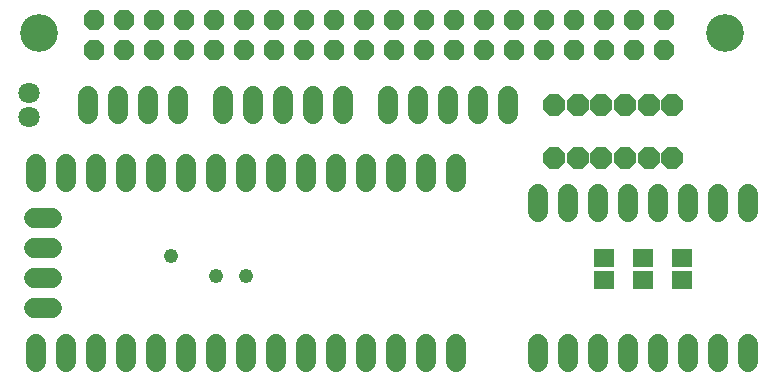
<source format=gbs>
G75*
%MOIN*%
%OFA0B0*%
%FSLAX25Y25*%
%IPPOS*%
%LPD*%
%AMOC8*
5,1,8,0,0,1.08239X$1,22.5*
%
%ADD10C,0.12611*%
%ADD11R,0.07099X0.05918*%
%ADD12C,0.06800*%
%ADD13OC8,0.06800*%
%ADD14OC8,0.07400*%
%ADD15C,0.07099*%
%ADD16C,0.04800*%
D10*
X0032530Y0120693D03*
X0260876Y0120693D03*
D11*
X0246585Y0045654D03*
X0233750Y0045614D03*
X0233750Y0038134D03*
X0246585Y0038173D03*
X0220561Y0038134D03*
X0220561Y0045614D03*
D12*
X0031250Y0017000D02*
X0031250Y0011000D01*
X0041250Y0011000D02*
X0041250Y0017000D01*
X0051250Y0017000D02*
X0051250Y0011000D01*
X0061250Y0011000D02*
X0061250Y0017000D01*
X0071250Y0017000D02*
X0071250Y0011000D01*
X0081250Y0011000D02*
X0081250Y0017000D01*
X0091250Y0017000D02*
X0091250Y0011000D01*
X0101250Y0011000D02*
X0101250Y0017000D01*
X0111250Y0017000D02*
X0111250Y0011000D01*
X0121250Y0011000D02*
X0121250Y0017000D01*
X0131250Y0017000D02*
X0131250Y0011000D01*
X0141250Y0011000D02*
X0141250Y0017000D01*
X0151250Y0017000D02*
X0151250Y0011000D01*
X0161250Y0011000D02*
X0161250Y0017000D01*
X0171250Y0017000D02*
X0171250Y0011000D01*
X0198750Y0011000D02*
X0198750Y0017000D01*
X0208750Y0017000D02*
X0208750Y0011000D01*
X0218750Y0011000D02*
X0218750Y0017000D01*
X0228750Y0017000D02*
X0228750Y0011000D01*
X0238750Y0011000D02*
X0238750Y0017000D01*
X0248750Y0017000D02*
X0248750Y0011000D01*
X0258750Y0011000D02*
X0258750Y0017000D01*
X0268750Y0017000D02*
X0268750Y0011000D01*
X0268750Y0061000D02*
X0268750Y0067000D01*
X0258750Y0067000D02*
X0258750Y0061000D01*
X0248750Y0061000D02*
X0248750Y0067000D01*
X0238750Y0067000D02*
X0238750Y0061000D01*
X0228750Y0061000D02*
X0228750Y0067000D01*
X0218750Y0067000D02*
X0218750Y0061000D01*
X0208750Y0061000D02*
X0208750Y0067000D01*
X0198750Y0067000D02*
X0198750Y0061000D01*
X0171250Y0071000D02*
X0171250Y0077000D01*
X0161250Y0077000D02*
X0161250Y0071000D01*
X0151250Y0071000D02*
X0151250Y0077000D01*
X0141250Y0077000D02*
X0141250Y0071000D01*
X0131250Y0071000D02*
X0131250Y0077000D01*
X0121250Y0077000D02*
X0121250Y0071000D01*
X0111250Y0071000D02*
X0111250Y0077000D01*
X0101250Y0077000D02*
X0101250Y0071000D01*
X0091250Y0071000D02*
X0091250Y0077000D01*
X0081250Y0077000D02*
X0081250Y0071000D01*
X0071250Y0071000D02*
X0071250Y0077000D01*
X0061250Y0077000D02*
X0061250Y0071000D01*
X0051250Y0071000D02*
X0051250Y0077000D01*
X0041250Y0077000D02*
X0041250Y0071000D01*
X0031250Y0071000D02*
X0031250Y0077000D01*
X0048750Y0093500D02*
X0048750Y0099500D01*
X0058750Y0099500D02*
X0058750Y0093500D01*
X0068750Y0093500D02*
X0068750Y0099500D01*
X0078750Y0099500D02*
X0078750Y0093500D01*
X0093750Y0093500D02*
X0093750Y0099500D01*
X0103750Y0099500D02*
X0103750Y0093500D01*
X0113750Y0093500D02*
X0113750Y0099500D01*
X0123750Y0099500D02*
X0123750Y0093500D01*
X0133750Y0093500D02*
X0133750Y0099500D01*
X0148750Y0099500D02*
X0148750Y0093500D01*
X0158750Y0093500D02*
X0158750Y0099500D01*
X0168750Y0099500D02*
X0168750Y0093500D01*
X0178750Y0093500D02*
X0178750Y0099500D01*
X0188750Y0099500D02*
X0188750Y0093500D01*
X0036750Y0059000D02*
X0030750Y0059000D01*
X0030750Y0049000D02*
X0036750Y0049000D01*
X0036750Y0039000D02*
X0030750Y0039000D01*
X0030750Y0029000D02*
X0036750Y0029000D01*
D13*
X0050719Y0114906D03*
X0060719Y0114906D03*
X0070719Y0114906D03*
X0080719Y0114906D03*
X0090719Y0114906D03*
X0100719Y0114906D03*
X0110719Y0114906D03*
X0120719Y0114906D03*
X0130719Y0114906D03*
X0140719Y0114906D03*
X0150719Y0114906D03*
X0160719Y0114906D03*
X0170719Y0114906D03*
X0180719Y0114906D03*
X0190719Y0114906D03*
X0200719Y0114906D03*
X0210719Y0114906D03*
X0220719Y0114906D03*
X0230719Y0114906D03*
X0240719Y0114906D03*
X0240719Y0124906D03*
X0230719Y0124906D03*
X0220719Y0124906D03*
X0210719Y0124906D03*
X0200719Y0124906D03*
X0190719Y0124906D03*
X0180719Y0124906D03*
X0170719Y0124906D03*
X0160719Y0124906D03*
X0150719Y0124906D03*
X0140719Y0124906D03*
X0130719Y0124906D03*
X0120719Y0124906D03*
X0110719Y0124906D03*
X0100719Y0124906D03*
X0090719Y0124906D03*
X0080719Y0124906D03*
X0070719Y0124906D03*
X0060719Y0124906D03*
X0050719Y0124906D03*
D14*
X0204065Y0096500D03*
X0211939Y0096500D03*
X0219813Y0096500D03*
X0227687Y0096500D03*
X0235561Y0096500D03*
X0243435Y0096500D03*
X0243435Y0079000D03*
X0235561Y0079000D03*
X0227687Y0079000D03*
X0219813Y0079000D03*
X0211939Y0079000D03*
X0204065Y0079000D03*
D15*
X0029085Y0092563D03*
X0029085Y0100437D03*
D16*
X0076350Y0046300D03*
X0091250Y0039625D03*
X0101250Y0039625D03*
M02*

</source>
